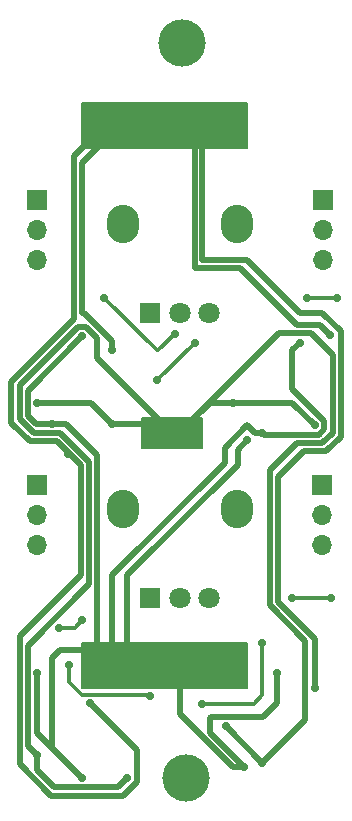
<source format=gbr>
%TF.GenerationSoftware,KiCad,Pcbnew,8.0.5*%
%TF.CreationDate,2024-11-15T23:36:42+05:30*%
%TF.ProjectId,buff_mix,62756666-5f6d-4697-982e-6b696361645f,rev?*%
%TF.SameCoordinates,Original*%
%TF.FileFunction,Copper,L2,Bot*%
%TF.FilePolarity,Positive*%
%FSLAX46Y46*%
G04 Gerber Fmt 4.6, Leading zero omitted, Abs format (unit mm)*
G04 Created by KiCad (PCBNEW 8.0.5) date 2024-11-15 23:36:42*
%MOMM*%
%LPD*%
G01*
G04 APERTURE LIST*
%TA.AperFunction,Conductor*%
%ADD10C,0.200000*%
%TD*%
%TA.AperFunction,ComponentPad*%
%ADD11R,1.800000X1.800000*%
%TD*%
%TA.AperFunction,ComponentPad*%
%ADD12C,1.800000*%
%TD*%
%TA.AperFunction,ComponentPad*%
%ADD13O,2.720000X3.240000*%
%TD*%
%TA.AperFunction,ComponentPad*%
%ADD14R,1.700000X1.700000*%
%TD*%
%TA.AperFunction,ComponentPad*%
%ADD15O,1.700000X1.700000*%
%TD*%
%TA.AperFunction,ViaPad*%
%ADD16C,0.700000*%
%TD*%
%TA.AperFunction,ViaPad*%
%ADD17C,4.000000*%
%TD*%
%TA.AperFunction,Conductor*%
%ADD18C,0.300000*%
%TD*%
%TA.AperFunction,Conductor*%
%ADD19C,0.500000*%
%TD*%
G04 APERTURE END LIST*
D10*
%TO.N,GND*%
X67945000Y-98425000D02*
X53975000Y-98425000D01*
X53975000Y-94615000D01*
X67945000Y-94615000D01*
X67945000Y-98425000D01*
%TA.AperFunction,Conductor*%
G36*
X67945000Y-98425000D02*
G01*
X53975000Y-98425000D01*
X53975000Y-94615000D01*
X67945000Y-94615000D01*
X67945000Y-98425000D01*
G37*
%TD.AperFunction*%
%TO.N,+5V*%
X67945000Y-52705000D02*
X53975000Y-52705000D01*
X53975000Y-48895000D01*
X67945000Y-48895000D01*
X67945000Y-52705000D01*
%TA.AperFunction,Conductor*%
G36*
X67945000Y-52705000D02*
G01*
X53975000Y-52705000D01*
X53975000Y-48895000D01*
X67945000Y-48895000D01*
X67945000Y-52705000D01*
G37*
%TD.AperFunction*%
%TO.N,+2.5V*%
X64135000Y-78105000D02*
X59055000Y-78105000D01*
X59055000Y-75565000D01*
X64135000Y-75565000D01*
X64135000Y-78105000D01*
%TA.AperFunction,Conductor*%
G36*
X64135000Y-78105000D02*
G01*
X59055000Y-78105000D01*
X59055000Y-75565000D01*
X64135000Y-75565000D01*
X64135000Y-78105000D01*
G37*
%TD.AperFunction*%
%TD*%
D11*
%TO.P,RV2,1,1*%
%TO.N,unconnected-(RV2-Pad1)*%
X59730000Y-90815000D03*
D12*
%TO.P,RV2,3,3*%
%TO.N,Net-(U3B--)*%
X64730000Y-90815000D03*
%TO.P,RV2,2,2*%
%TO.N,Net-(R14-Pad2)*%
X62230000Y-90815000D03*
D13*
%TO.P,RV2,*%
%TO.N,*%
X67030000Y-83315000D03*
X57430000Y-83315000D03*
%TD*%
D11*
%TO.P,RV1,1,1*%
%TO.N,unconnected-(RV1-Pad1)*%
X59730000Y-66685000D03*
D12*
%TO.P,RV1,3,3*%
%TO.N,Net-(U1B--)*%
X64730000Y-66685000D03*
%TO.P,RV1,2,2*%
%TO.N,Net-(R1-Pad2)*%
X62230000Y-66685000D03*
D13*
%TO.P,RV1,*%
%TO.N,*%
X67030000Y-59185000D03*
X57430000Y-59185000D03*
%TD*%
D14*
%TO.P,OUT2,1,Pin_1*%
%TO.N,OUTB*%
X74295000Y-81280000D03*
D15*
%TO.P,OUT2,2,Pin_2*%
X74295000Y-83820000D03*
%TO.P,OUT2,3,Pin_3*%
X74295000Y-86360000D03*
%TD*%
D14*
%TO.P,OUT1,1,Pin_1*%
%TO.N,OUTA*%
X74320000Y-57165000D03*
D15*
%TO.P,OUT1,2,Pin_2*%
X74320000Y-59705000D03*
%TO.P,OUT1,3,Pin_3*%
X74320000Y-62245000D03*
%TD*%
%TO.P,IN2,3,Pin_3*%
%TO.N,INB_3*%
X50165000Y-86360000D03*
%TO.P,IN2,2,Pin_2*%
%TO.N,INB_2*%
X50165000Y-83820000D03*
D14*
%TO.P,IN2,1,Pin_1*%
%TO.N,INB_1*%
X50165000Y-81280000D03*
%TD*%
%TO.P,IN1,1,Pin_1*%
%TO.N,INA_1*%
X50165000Y-57150000D03*
D15*
%TO.P,IN1,2,Pin_2*%
%TO.N,INA_2*%
X50165000Y-59690000D03*
%TO.P,IN1,3,Pin_3*%
%TO.N,INA_3*%
X50165000Y-62230000D03*
%TD*%
%TO.P,GND1,5,Pin_5*%
%TO.N,GND*%
X66040000Y-96520000D03*
%TO.P,GND1,4,Pin_4*%
X63500000Y-96520000D03*
%TO.P,GND1,3,Pin_3*%
X60960000Y-96520000D03*
%TO.P,GND1,2,Pin_2*%
X58420000Y-96520000D03*
D14*
%TO.P,GND1,1,Pin_1*%
X55880000Y-96520000D03*
%TD*%
%TO.P,5V1,1,Pin_1*%
%TO.N,+5V*%
X55880000Y-50800000D03*
D15*
%TO.P,5V1,2,Pin_2*%
X58420000Y-50800000D03*
%TO.P,5V1,3,Pin_3*%
X60960000Y-50800000D03*
%TO.P,5V1,4,Pin_4*%
X63500000Y-50800000D03*
%TO.P,5V1,5,Pin_5*%
X66040000Y-50800000D03*
%TD*%
D16*
%TO.N,Net-(U3B--)*%
X71755000Y-90805000D03*
X74995000Y-90805000D03*
%TO.N,Net-(U1B--)*%
X73025000Y-65405000D03*
X75565000Y-65405000D03*
%TO.N,GND*%
X53975000Y-106045000D03*
X50165000Y-97155000D03*
%TO.N,+5V*%
X54610000Y-99695000D03*
%TO.N,+2.5V*%
X50165000Y-74295000D03*
X66140000Y-101700000D03*
X50165000Y-104140000D03*
X57785000Y-106045000D03*
X69215000Y-104775000D03*
%TO.N,GND*%
X70485000Y-97155000D03*
X67627500Y-105092500D03*
%TO.N,+5V*%
X73660000Y-98425000D03*
X56515000Y-69850000D03*
%TO.N,GND*%
X53975000Y-68645000D03*
X51435000Y-76070000D03*
%TO.N,+2.5V*%
X56515000Y-76070000D03*
X61595000Y-77470000D03*
%TO.N,+5V*%
X52774314Y-78670686D03*
%TO.N,GND*%
X67945000Y-77470000D03*
%TO.N,+2.5V*%
X73660000Y-76200000D03*
%TO.N,+5V*%
X74930000Y-68580000D03*
%TO.N,GND*%
X69215000Y-76835000D03*
X72390000Y-69215000D03*
%TO.N,Net-(R14-Pad2)*%
X53975000Y-92710000D03*
X52005000Y-93345000D03*
X52832000Y-96520000D03*
X59690000Y-99125000D03*
X64135000Y-99760000D03*
X69215000Y-94615000D03*
%TO.N,Net-(R1-Pad2)*%
X61814975Y-68445025D03*
X55827342Y-65405000D03*
X63500000Y-69215000D03*
X60325000Y-72390000D03*
%TO.N,+2.5V*%
X66740000Y-74295000D03*
D17*
%TO.N,*%
X62377580Y-43815000D03*
X62377580Y-43815000D03*
X62377580Y-43815000D03*
X62377580Y-43815000D03*
X62784908Y-106045000D03*
%TD*%
D18*
%TO.N,Net-(R14-Pad2)*%
X52832000Y-96520000D02*
X52832000Y-97918396D01*
X53908604Y-98995000D02*
X59560000Y-98995000D01*
X52832000Y-97918396D02*
X53908604Y-98995000D01*
X59560000Y-98995000D02*
X59690000Y-99125000D01*
D19*
%TO.N,GND*%
X53975000Y-106045000D02*
X51435000Y-103505000D01*
X51435000Y-103505000D02*
X51435000Y-95885000D01*
X51435000Y-95885000D02*
X52070000Y-95250000D01*
X52070000Y-95250000D02*
X54610000Y-95250000D01*
X54610000Y-95250000D02*
X55880000Y-96520000D01*
D18*
%TO.N,Net-(R14-Pad2)*%
X64135000Y-99760000D02*
X68515000Y-99760000D01*
X68515000Y-99760000D02*
X69215000Y-99060000D01*
X69215000Y-99060000D02*
X69215000Y-94615000D01*
D19*
%TO.N,GND*%
X70485000Y-97155000D02*
X70485000Y-99695000D01*
X70485000Y-99695000D02*
X69280000Y-100900000D01*
X69280000Y-100900000D02*
X64835000Y-100900000D01*
X64835000Y-100900000D02*
X64770000Y-100965000D01*
X64770000Y-100965000D02*
X64770000Y-102235000D01*
X64770000Y-102235000D02*
X67627500Y-105092500D01*
D18*
%TO.N,Net-(U3B--)*%
X74995000Y-90805000D02*
X71755000Y-90805000D01*
%TO.N,Net-(U1B--)*%
X75565000Y-65405000D02*
X73025000Y-65405000D01*
D19*
%TO.N,+5V*%
X74295000Y-66675000D02*
X72390000Y-66675000D01*
X75860000Y-68240000D02*
X74295000Y-66675000D01*
X72390000Y-66675000D02*
X67945000Y-62230000D01*
X67945000Y-62230000D02*
X64135000Y-62230000D01*
X73660000Y-98425000D02*
X73660000Y-94260050D01*
X70550000Y-91150050D02*
X70550000Y-80580000D01*
X64135000Y-52705000D02*
X66040000Y-50800000D01*
X70550000Y-80580000D02*
X72730000Y-78400000D01*
X72730000Y-78400000D02*
X74635000Y-78400000D01*
X73660000Y-94260050D02*
X70550000Y-91150050D01*
X74635000Y-78400000D02*
X75860000Y-77175000D01*
X64135000Y-62230000D02*
X64135000Y-52705000D01*
X75860000Y-77175000D02*
X75860000Y-68240000D01*
X74930000Y-68580000D02*
X74065000Y-67715000D01*
X74065000Y-67715000D02*
X72160000Y-67715000D01*
X67310000Y-62865000D02*
X63500000Y-62865000D01*
X72160000Y-67715000D02*
X67310000Y-62865000D01*
X63500000Y-62865000D02*
X63500000Y-50800000D01*
%TO.N,+2.5V*%
X69215000Y-104775000D02*
X72860000Y-101130000D01*
X74281321Y-77700000D02*
X75160000Y-76821321D01*
X69850000Y-91440000D02*
X69850000Y-80010000D01*
X69850000Y-80010000D02*
X72160000Y-77700000D01*
X72860000Y-101130000D02*
X72860000Y-94450000D01*
X72860000Y-94450000D02*
X69850000Y-91440000D01*
X75160000Y-76821321D02*
X75160000Y-70218629D01*
X72160000Y-77700000D02*
X74281321Y-77700000D01*
X73356371Y-68415000D02*
X70650000Y-68415000D01*
X75160000Y-70218629D02*
X73356371Y-68415000D01*
X70650000Y-68415000D02*
X61595000Y-77470000D01*
%TO.N,+5V*%
X56515000Y-69850000D02*
X56515000Y-69063679D01*
X56515000Y-69063679D02*
X54126321Y-66675000D01*
X54126321Y-66675000D02*
X53975000Y-66675000D01*
X53975000Y-66675000D02*
X53975000Y-53975000D01*
X53975000Y-53975000D02*
X55880000Y-52070000D01*
X55880000Y-52070000D02*
X55880000Y-50800000D01*
D18*
%TO.N,Net-(R1-Pad2)*%
X55827342Y-65405000D02*
X60272342Y-69850000D01*
X60272342Y-69850000D02*
X60410000Y-69850000D01*
X60410000Y-69850000D02*
X61814975Y-68445025D01*
D19*
%TO.N,+5V*%
X54610000Y-99695000D02*
X58585000Y-103670000D01*
X58585000Y-103670000D02*
X58585000Y-106376371D01*
X58585000Y-106376371D02*
X57416371Y-107545000D01*
X48665000Y-94080000D02*
X53845000Y-88900000D01*
X51815050Y-77570000D02*
X49555100Y-77570000D01*
X57416371Y-107545000D02*
X51310050Y-107545000D01*
X51310050Y-107545000D02*
X48665000Y-104899950D01*
X48665000Y-104899950D02*
X48665000Y-94080000D01*
X53845000Y-88900000D02*
X53845000Y-79599950D01*
X53845000Y-79599950D02*
X51815050Y-77570000D01*
X47965000Y-72533679D02*
X48375051Y-72123629D01*
X53264340Y-53415660D02*
X55880000Y-50800000D01*
X49555100Y-77570000D02*
X47965000Y-75979900D01*
X47965000Y-75979900D02*
X47965000Y-72533679D01*
X48375051Y-72123629D02*
X53264340Y-67234340D01*
X53264340Y-67234340D02*
X53264340Y-53415660D01*
%TO.N,+2.5V*%
X50165000Y-104140000D02*
X49365000Y-103340000D01*
X54545000Y-89673629D02*
X54545000Y-79310000D01*
X54306371Y-67845000D02*
X55245000Y-68783629D01*
X49365000Y-103340000D02*
X49365000Y-94853629D01*
X53643629Y-67845000D02*
X54306371Y-67845000D01*
X54545000Y-79310000D02*
X52105000Y-76870000D01*
X48665000Y-75689950D02*
X48665000Y-72823629D01*
X55245000Y-70485000D02*
X61595000Y-76835000D01*
X48665000Y-72823629D02*
X53643629Y-67845000D01*
X49365000Y-94853629D02*
X54545000Y-89673629D01*
X49845050Y-76870000D02*
X48665000Y-75689950D01*
X52105000Y-76870000D02*
X49845050Y-76870000D01*
X55245000Y-68783629D02*
X55245000Y-70485000D01*
%TO.N,GND*%
X51435000Y-76070000D02*
X52575000Y-76070000D01*
X55245000Y-95885000D02*
X55880000Y-96520000D01*
X52575000Y-76070000D02*
X55245000Y-78740000D01*
X55245000Y-78740000D02*
X55245000Y-95885000D01*
%TO.N,+2.5V*%
X66140000Y-101700000D02*
X69215000Y-104775000D01*
%TO.N,GND*%
X67627500Y-105092500D02*
X66712450Y-105092500D01*
X62230000Y-100610050D02*
X62230000Y-97790000D01*
X66712450Y-105092500D02*
X62230000Y-100610050D01*
X62230000Y-97790000D02*
X60960000Y-96520000D01*
X69215000Y-76835000D02*
X69380000Y-77000000D01*
X69380000Y-77000000D02*
X73991371Y-77000000D01*
X71755000Y-69850000D02*
X72390000Y-69215000D01*
X73991371Y-77000000D02*
X74460000Y-76531371D01*
X74460000Y-76531371D02*
X74460000Y-75868629D01*
X74460000Y-75868629D02*
X71755000Y-73163629D01*
X71755000Y-73163629D02*
X71755000Y-69850000D01*
%TO.N,+2.5V*%
X56515000Y-76070000D02*
X60195000Y-76070000D01*
X60195000Y-76070000D02*
X61595000Y-77470000D01*
X66740000Y-74295000D02*
X64770000Y-74295000D01*
X64770000Y-74295000D02*
X61595000Y-77470000D01*
X73660000Y-76200000D02*
X71755000Y-74295000D01*
X71755000Y-74295000D02*
X66740000Y-74295000D01*
X50165000Y-74295000D02*
X54740000Y-74295000D01*
X54740000Y-74295000D02*
X56515000Y-76070000D01*
%TO.N,GND*%
X53975000Y-68645000D02*
X49365000Y-73255000D01*
X49365000Y-73255000D02*
X49365000Y-75400000D01*
X50035000Y-76070000D02*
X51435000Y-76070000D01*
X49365000Y-75400000D02*
X50035000Y-76070000D01*
X68580000Y-76835000D02*
X67945000Y-76200000D01*
X66040000Y-78105000D02*
X66040000Y-79375000D01*
X56515000Y-88900000D02*
X56515000Y-94615000D01*
X66040000Y-79375000D02*
X56515000Y-88900000D01*
X67945000Y-76200000D02*
X66040000Y-78105000D01*
X69215000Y-76835000D02*
X68580000Y-76835000D01*
X56515000Y-94615000D02*
X55880000Y-95250000D01*
X55880000Y-95250000D02*
X55880000Y-96520000D01*
X67945000Y-77470000D02*
X67145000Y-78270000D01*
X67145000Y-78270000D02*
X67145000Y-79540000D01*
X57785000Y-88900000D02*
X57785000Y-94615000D01*
X67145000Y-79540000D02*
X57785000Y-88900000D01*
X57785000Y-94615000D02*
X55880000Y-96520000D01*
%TO.N,+2.5V*%
X50165000Y-104140000D02*
X50165000Y-105410000D01*
X50165000Y-105410000D02*
X51600000Y-106845000D01*
X51600000Y-106845000D02*
X56985000Y-106845000D01*
X56985000Y-106845000D02*
X57785000Y-106045000D01*
%TO.N,GND*%
X50165000Y-102235000D02*
X53975000Y-106045000D01*
X50165000Y-97155000D02*
X50165000Y-102235000D01*
D18*
%TO.N,Net-(R14-Pad2)*%
X53340000Y-93345000D02*
X53975000Y-92710000D01*
X52005000Y-93345000D02*
X53340000Y-93345000D01*
%TO.N,Net-(R1-Pad2)*%
X63500000Y-69215000D02*
X60325000Y-72390000D01*
%TD*%
M02*

</source>
